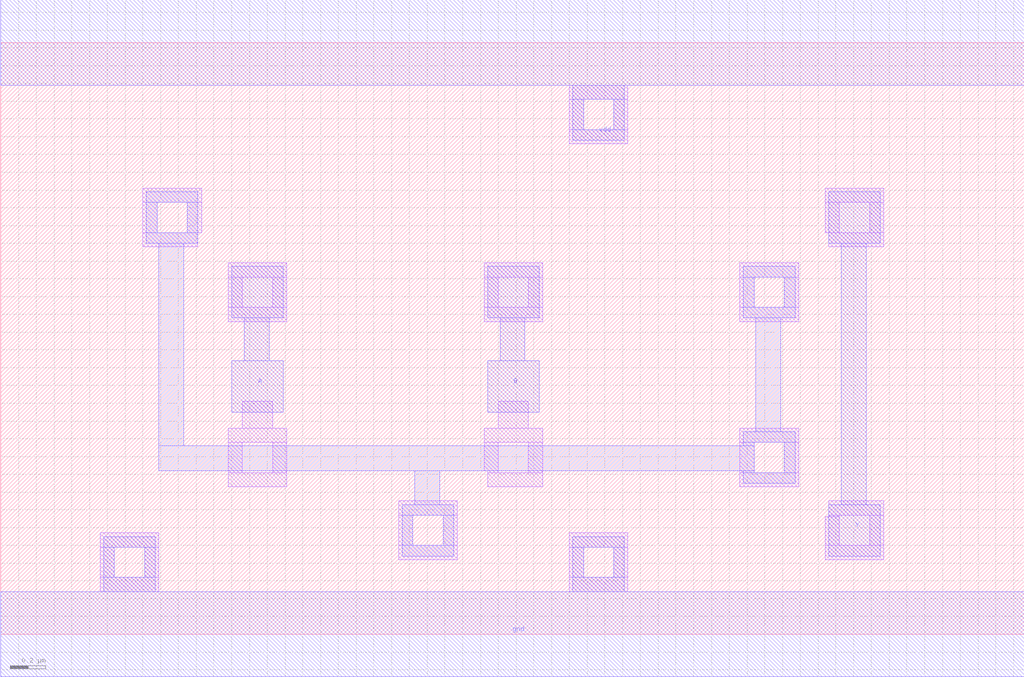
<source format=lef>
VERSION 5.7 ;
  NOWIREEXTENSIONATPIN ON ;
  DIVIDERCHAR "/" ;
  BUSBITCHARS "[]" ;
MACRO OR2X1
  CLASS CORE ;
  FOREIGN OR2X1 ;
  ORIGIN 0.000 0.000 ;
  SIZE 5.760 BY 3.330 ;
  SYMMETRY X Y R90 ;
  SITE unit ;
  PIN vdd
    DIRECTION INOUT ;
    USE POWER ;
    SHAPE ABUTMENT ;
    PORT
      LAYER met1 ;
        RECT 0.000 3.090 5.760 3.570 ;
        RECT 3.220 3.010 3.510 3.090 ;
        RECT 3.220 2.840 3.280 3.010 ;
        RECT 3.450 2.840 3.510 3.010 ;
        RECT 3.220 2.780 3.510 2.840 ;
    END
  END vdd
  PIN gnd
    DIRECTION INOUT ;
    USE GROUND ;
    SHAPE ABUTMENT ;
    PORT
      LAYER met1 ;
        RECT 0.580 0.490 0.870 0.550 ;
        RECT 0.580 0.320 0.640 0.490 ;
        RECT 0.810 0.320 0.870 0.490 ;
        RECT 0.580 0.240 0.870 0.320 ;
        RECT 3.220 0.490 3.510 0.550 ;
        RECT 3.220 0.320 3.280 0.490 ;
        RECT 3.450 0.320 3.510 0.490 ;
        RECT 3.220 0.240 3.510 0.320 ;
        RECT 0.000 -0.240 5.760 0.240 ;
    END
  END gnd
  PIN Y
    DIRECTION INOUT ;
    USE SIGNAL ;
    SHAPE ABUTMENT ;
    PORT
      LAYER met1 ;
        RECT 4.660 2.200 4.950 2.490 ;
        RECT 4.730 0.730 4.870 2.200 ;
        RECT 4.660 0.440 4.950 0.730 ;
    END
  END Y
  PIN A
    DIRECTION INOUT ;
    USE SIGNAL ;
    SHAPE ABUTMENT ;
    PORT
      LAYER met1 ;
        RECT 1.300 1.780 1.590 2.070 ;
        RECT 1.370 1.540 1.510 1.780 ;
        RECT 1.300 1.250 1.590 1.540 ;
    END
  END A
  PIN B
    DIRECTION INOUT ;
    USE SIGNAL ;
    SHAPE ABUTMENT ;
    PORT
      LAYER met1 ;
        RECT 2.740 1.780 3.030 2.070 ;
        RECT 2.810 1.540 2.950 1.780 ;
        RECT 2.740 1.250 3.030 1.540 ;
    END
  END B
  OBS
      LAYER li1 ;
        RECT 3.200 3.010 3.530 3.090 ;
        RECT 3.200 2.840 3.280 3.010 ;
        RECT 3.450 2.840 3.530 3.010 ;
        RECT 3.200 2.760 3.530 2.840 ;
        RECT 0.800 2.430 1.130 2.510 ;
        RECT 0.800 2.260 0.880 2.430 ;
        RECT 1.050 2.260 1.130 2.430 ;
        RECT 4.640 2.430 4.970 2.510 ;
        RECT 4.640 2.260 4.720 2.430 ;
        RECT 4.890 2.260 4.970 2.430 ;
        RECT 0.800 2.180 1.110 2.260 ;
        RECT 4.660 2.180 4.970 2.260 ;
        RECT 1.280 2.010 1.610 2.090 ;
        RECT 1.280 1.840 1.360 2.010 ;
        RECT 1.530 1.840 1.610 2.010 ;
        RECT 1.280 1.760 1.610 1.840 ;
        RECT 2.720 2.010 3.050 2.090 ;
        RECT 2.720 1.840 2.800 2.010 ;
        RECT 2.970 1.840 3.050 2.010 ;
        RECT 2.720 1.760 3.050 1.840 ;
        RECT 4.160 2.010 4.490 2.090 ;
        RECT 4.160 1.840 4.240 2.010 ;
        RECT 4.410 1.840 4.490 2.010 ;
        RECT 4.160 1.760 4.490 1.840 ;
        RECT 1.360 1.160 1.530 1.310 ;
        RECT 2.800 1.160 2.970 1.310 ;
        RECT 1.280 1.080 1.610 1.160 ;
        RECT 1.280 0.910 1.360 1.080 ;
        RECT 1.530 0.910 1.610 1.080 ;
        RECT 2.720 1.080 3.050 1.160 ;
        RECT 2.720 0.920 2.800 1.080 ;
        RECT 1.280 0.830 1.610 0.910 ;
        RECT 2.740 0.910 2.800 0.920 ;
        RECT 2.970 0.910 3.050 1.080 ;
        RECT 2.740 0.830 3.050 0.910 ;
        RECT 4.160 1.080 4.490 1.160 ;
        RECT 4.160 0.910 4.240 1.080 ;
        RECT 4.410 0.910 4.490 1.080 ;
        RECT 4.160 0.830 4.490 0.910 ;
        RECT 2.240 0.670 2.570 0.750 ;
        RECT 0.560 0.490 0.890 0.570 ;
        RECT 0.560 0.320 0.640 0.490 ;
        RECT 0.810 0.320 0.890 0.490 ;
        RECT 2.240 0.500 2.320 0.670 ;
        RECT 2.490 0.500 2.570 0.670 ;
        RECT 4.660 0.670 4.970 0.750 ;
        RECT 4.660 0.660 4.720 0.670 ;
        RECT 2.240 0.420 2.570 0.500 ;
        RECT 3.200 0.490 3.530 0.570 ;
        RECT 0.560 0.240 0.890 0.320 ;
        RECT 3.200 0.320 3.280 0.490 ;
        RECT 3.450 0.320 3.530 0.490 ;
        RECT 4.640 0.500 4.720 0.660 ;
        RECT 4.890 0.500 4.970 0.670 ;
        RECT 4.640 0.420 4.970 0.500 ;
        RECT 3.200 0.240 3.530 0.320 ;
      LAYER met1 ;
        RECT 0.820 2.430 1.110 2.490 ;
        RECT 0.820 2.260 0.880 2.430 ;
        RECT 1.050 2.260 1.110 2.430 ;
        RECT 0.820 2.200 1.110 2.260 ;
        RECT 0.890 1.060 1.030 2.200 ;
        RECT 4.180 2.010 4.470 2.070 ;
        RECT 4.180 1.840 4.240 2.010 ;
        RECT 4.410 1.840 4.470 2.010 ;
        RECT 4.180 1.780 4.470 1.840 ;
        RECT 4.250 1.140 4.390 1.780 ;
        RECT 4.180 1.080 4.470 1.140 ;
        RECT 4.180 1.060 4.240 1.080 ;
        RECT 0.890 0.920 4.240 1.060 ;
        RECT 2.330 0.730 2.470 0.920 ;
        RECT 4.180 0.910 4.240 0.920 ;
        RECT 4.410 0.910 4.470 1.080 ;
        RECT 4.180 0.850 4.470 0.910 ;
        RECT 2.260 0.670 2.550 0.730 ;
        RECT 2.260 0.500 2.320 0.670 ;
        RECT 2.490 0.500 2.550 0.670 ;
        RECT 2.260 0.440 2.550 0.500 ;
  END
END OR2X1
END LIBRARY


</source>
